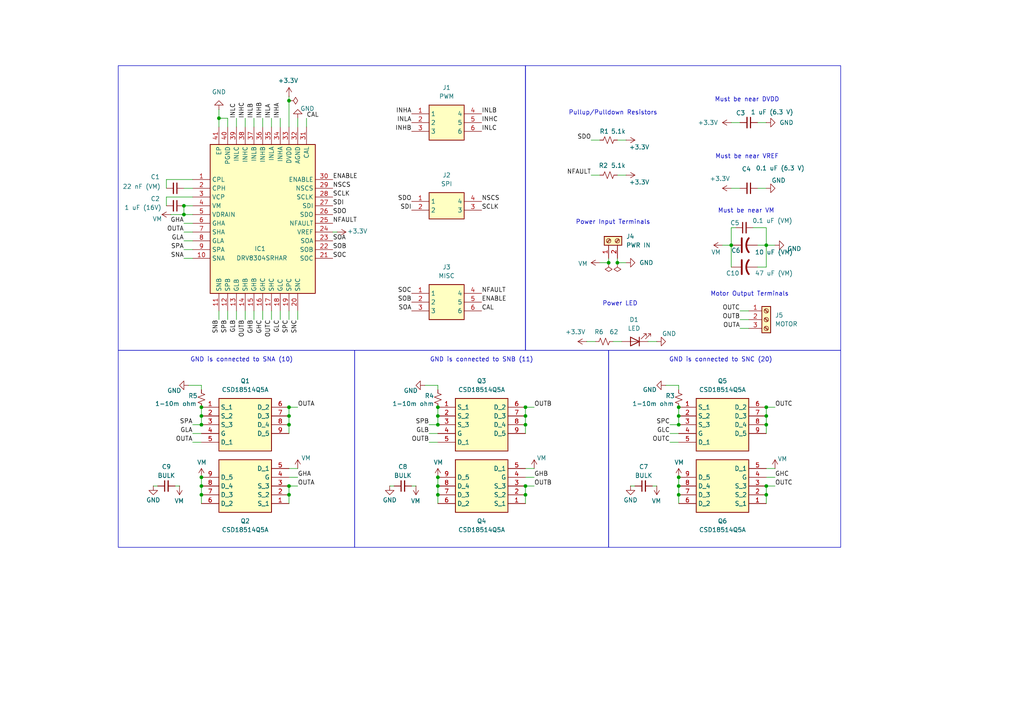
<source format=kicad_sch>
(kicad_sch (version 20250114) (generator "eeschema") (generator_version "9.0")
  (paper "A4")
  (lib_symbols
    (symbol "Connector:Screw_Terminal_01x02" (pin_names (offset 1.016) (hide yes))
      (property "Reference" "J" (at 0 2.54 0))
      (property "Value" "Screw_Terminal_01x02" (at 0 -5.08 0))
      (symbol "Screw_Terminal_01x02_1_1"
        (rectangle (start -1.27 1.27) (end 1.27 -3.81) (stroke (width 0.254)) (fill (type background)))
        (polyline (pts (xy -0.5334 0.3302) (xy 0.3302 -0.508)) (stroke (width 0.1524)))
        (polyline (pts (xy -0.5334 -2.2098) (xy 0.3302 -3.048)) (stroke (width 0.1524)))
        (polyline (pts (xy -0.3556 0.508) (xy 0.508 -0.3302)) (stroke (width 0.1524)))
        (polyline (pts (xy -0.3556 -2.032) (xy 0.508 -2.8702)) (stroke (width 0.1524)))
        (circle (center 0 0) (radius 0.635) (stroke (width 0.1524)))
        (circle (center 0 -2.54) (radius 0.635) (stroke (width 0.1524)))
        (pin passive line (at -5.08 0 0) (length 3.81) (name "Pin_1") (number "1"))
        (pin passive line (at -5.08 -2.54 0) (length 3.81) (name "Pin_2") (number "2"))
      )
    )
    (symbol "Connector:Screw_Terminal_01x03" (pin_names (offset 1.016) (hide yes))
      (property "Reference" "J" (at 0 5.08 0))
      (property "Value" "Screw_Terminal_01x03" (at 0 -5.08 0))
      (symbol "Screw_Terminal_01x03_1_1"
        (rectangle (start -1.27 3.81) (end 1.27 -3.81) (stroke (width 0.254)) (fill (type background)))
        (polyline (pts (xy -0.5334 2.8702) (xy 0.3302 2.032)) (stroke (width 0.1524)))
        (polyline (pts (xy -0.5334 0.3302) (xy 0.3302 -0.508)) (stroke (width 0.1524)))
        (polyline (pts (xy -0.5334 -2.2098) (xy 0.3302 -3.048)) (stroke (width 0.1524)))
        (polyline (pts (xy -0.3556 3.048) (xy 0.508 2.2098)) (stroke (width 0.1524)))
        (polyline (pts (xy -0.3556 0.508) (xy 0.508 -0.3302)) (stroke (width 0.1524)))
        (polyline (pts (xy -0.3556 -2.032) (xy 0.508 -2.8702)) (stroke (width 0.1524)))
        (circle (center 0 2.54) (radius 0.635) (stroke (width 0.1524)))
        (circle (center 0 0) (radius 0.635) (stroke (width 0.1524)))
        (circle (center 0 -2.54) (radius 0.635) (stroke (width 0.1524)))
        (pin passive line (at -5.08 2.54 0) (length 3.81) (name "Pin_1") (number "1"))
        (pin passive line (at -5.08 0 0) (length 3.81) (name "Pin_2") (number "2"))
        (pin passive line (at -5.08 -2.54 0) (length 3.81) (name "Pin_3") (number "3"))
      )
    )
    (symbol "Device:C_Small" (pin_numbers (hide yes)) (pin_names (offset 0.254) (hide yes))
      (property "Reference" "C" (at 0.254 1.778 0))
      (property "Value" "C_Small" (at 0.254 -2.032 0))
      (symbol "C_Small_0_1"
        (polyline (pts (xy -1.524 0.508) (xy 1.524 0.508)) (stroke (width 0.3048)))
        (polyline (pts (xy -1.524 -0.508) (xy 1.524 -0.508)) (stroke (width 0.3302)))
      )
      (symbol "C_Small_1_1"
        (pin passive line (at 0 2.54 270) (length 2.032) (name "~") (number "1"))
        (pin passive line (at 0 -2.54 90) (length 2.032) (name "~") (number "2"))
      )
    )
    (symbol "Device:C_US" (pin_numbers (hide yes)) (pin_names (offset 0.254) (hide yes))
      (property "Reference" "C" (at 0.635 2.54 0))
      (property "Value" "C_US" (at 0.635 -2.54 0))
      (symbol "C_US_0_1"
        (polyline (pts (xy -2.032 0.762) (xy 2.032 0.762)) (stroke (width 0.508)))
        (arc (start -2.032 -1.27) (mid 0 -0.5572) (end 2.032 -1.27) (stroke (width 0.508)))
      )
      (symbol "C_US_1_1"
        (pin passive line (at 0 3.81 270) (length 2.794) (name "~") (number "1"))
        (pin passive line (at 0 -3.81 90) (length 3.302) (name "~") (number "2"))
      )
    )
    (symbol "Device:LED" (pin_numbers (hide yes)) (pin_names (offset 1.016) (hide yes))
      (property "Reference" "D" (at 0 2.54 0))
      (property "Value" "LED" (at 0 -2.54 0))
      (symbol "LED_0_1"
        (polyline (pts (xy -3.048 -0.762) (xy -4.572 -2.286) (xy -3.81 -2.286) (xy -4.572 -2.286) (xy -4.572 -1.524)))
        (polyline (pts (xy -1.778 -0.762) (xy -3.302 -2.286) (xy -2.54 -2.286) (xy -3.302 -2.286) (xy -3.302 -1.524)))
        (polyline (pts (xy -1.27 0) (xy 1.27 0)))
        (polyline (pts (xy -1.27 -1.27) (xy -1.27 1.27)) (stroke (width 0.254)))
        (polyline (pts (xy 1.27 -1.27) (xy 1.27 1.27) (xy -1.27 0) (xy 1.27 -1.27)) (stroke (width 0.254)))
      )
      (symbol "LED_1_1"
        (pin passive line (at -3.81 0 0) (length 2.54) (name "K") (number "1"))
        (pin passive line (at 3.81 0 180) (length 2.54) (name "A") (number "2"))
      )
    )
    (symbol "Device:R_Small_US" (pin_numbers (hide yes)) (pin_names (offset 0.254) (hide yes))
      (property "Reference" "R" (at 0.762 0.508 0))
      (property "Value" "R_Small_US" (at 0.762 -1.016 0))
      (symbol "R_Small_US_1_1"
        (polyline (pts (xy 0 1.524) (xy 1.016 1.143) (xy 0 0.762) (xy -1.016 0.381) (xy 0 0)))
        (polyline (pts (xy 0 0) (xy 1.016 -0.381) (xy 0 -0.762) (xy -1.016 -1.143) (xy 0 -1.524)))
        (pin passive line (at 0 2.54 270) (length 1.016) (name "~") (number "1"))
        (pin passive line (at 0 -2.54 90) (length 1.016) (name "~") (number "2"))
      )
    )
    (symbol "SamacSys_Parts:CSD18514Q5A"
      (property "Reference" "Q" (at 21.59 7.62 0))
      (property "Value" "CSD18514Q5A" (at 21.59 5.08 0))
      (symbol "CSD18514Q5A_1_1"
        (rectangle (start 5.08 2.54) (end 20.32 -12.7) (stroke (width 0.254)) (fill (type background)))
        (pin passive line (at 0 0 0) (length 5.08) (name "S_1") (number "1"))
        (pin passive line (at 0 -2.54 0) (length 5.08) (name "S_2") (number "2"))
        (pin passive line (at 0 -5.08 0) (length 5.08) (name "S_3") (number "3"))
        (pin passive line (at 0 -7.62 0) (length 5.08) (name "G") (number "4"))
        (pin passive line (at 0 -10.16 0) (length 5.08) (name "D_1") (number "5"))
        (pin passive line (at 25.4 0 180) (length 5.08) (name "D_2") (number "6"))
        (pin passive line (at 25.4 -2.54 180) (length 5.08) (name "D_3") (number "7"))
        (pin passive line (at 25.4 -5.08 180) (length 5.08) (name "D_4") (number "8"))
        (pin passive line (at 25.4 -7.62 180) (length 5.08) (name "D_5") (number "9"))
      )
    )
    (symbol "SamacSys_Parts:DRV8304SRHAR"
      (property "Reference" "IC" (at 36.83 15.24 0))
      (property "Value" "DRV8304SRHAR" (at 36.83 12.7 0))
      (symbol "DRV8304SRHAR_1_1"
        (rectangle (start 5.08 10.16) (end 35.56 -33.02) (stroke (width 0.254)) (fill (type background)))
        (pin passive line (at 0 0 0) (length 5.08) (name "CPL") (number "1"))
        (pin passive line (at 0 -2.54 0) (length 5.08) (name "CPH") (number "2"))
        (pin passive line (at 0 -5.08 0) (length 5.08) (name "VCP") (number "3"))
        (pin passive line (at 0 -7.62 0) (length 5.08) (name "VM") (number "4"))
        (pin passive line (at 0 -10.16 0) (length 5.08) (name "VDRAIN") (number "5"))
        (pin passive line (at 0 -12.7 0) (length 5.08) (name "GHA") (number "6"))
        (pin passive line (at 0 -15.24 0) (length 5.08) (name "SHA") (number "7"))
        (pin passive line (at 0 -17.78 0) (length 5.08) (name "GLA") (number "8"))
        (pin passive line (at 0 -20.32 0) (length 5.08) (name "SPA") (number "9"))
        (pin passive line (at 0 -22.86 0) (length 5.08) (name "SNA") (number "10"))
        (pin passive line (at 7.62 15.24 270) (length 5.08) (name "EP") (number "41"))
        (pin passive line (at 7.62 -38.1 90) (length 5.08) (name "SNB") (number "11"))
        (pin passive line (at 10.16 15.24 270) (length 5.08) (name "PGND") (number "40"))
        (pin passive line (at 10.16 -38.1 90) (length 5.08) (name "SPB") (number "12"))
        (pin passive line (at 12.7 15.24 270) (length 5.08) (name "INLC") (number "39"))
        (pin passive line (at 12.7 -38.1 90) (length 5.08) (name "GLB") (number "13"))
        (pin passive line (at 15.24 15.24 270) (length 5.08) (name "INHC") (number "38"))
        (pin passive line (at 15.24 -38.1 90) (length 5.08) (name "SHB") (number "14"))
        (pin passive line (at 17.78 15.24 270) (length 5.08) (name "INLB") (number "37"))
        (pin passive line (at 17.78 -38.1 90) (length 5.08) (name "GHB") (number "15"))
        (pin passive line (at 20.32 15.24 270) (length 5.08) (name "INHB") (number "36"))
        (pin passive line (at 20.32 -38.1 90) (length 5.08) (name "GHC") (number "16"))
        (pin passive line (at 22.86 15.24 270) (length 5.08) (name "INLA") (number "35"))
        (pin passive line (at 22.86 -38.1 90) (length 5.08) (name "SHC") (number "17"))
        (pin passive line (at 25.4 15.24 270) (length 5.08) (name "INHA") (number "34"))
        (pin passive line (at 25.4 -38.1 90) (length 5.08) (name "GLC") (number "18"))
        (pin passive line (at 27.94 15.24 270) (length 5.08) (name "DVDD") (number "33"))
        (pin passive line (at 27.94 -38.1 90) (length 5.08) (name "SPC") (number "19"))
        (pin passive line (at 30.48 15.24 270) (length 5.08) (name "AGND") (number "32"))
        (pin passive line (at 30.48 -38.1 90) (length 5.08) (name "SNC") (number "20"))
        (pin passive line (at 33.02 15.24 270) (length 5.08) (name "CAL") (number "31"))
        (pin passive line (at 40.64 0 180) (length 5.08) (name "ENABLE") (number "30"))
        (pin passive line (at 40.64 -2.54 180) (length 5.08) (name "NSCS") (number "29"))
        (pin passive line (at 40.64 -5.08 180) (length 5.08) (name "SCLK") (number "28"))
        (pin passive line (at 40.64 -7.62 180) (length 5.08) (name "SDI") (number "27"))
        (pin passive line (at 40.64 -10.16 180) (length 5.08) (name "SDO") (number "26"))
        (pin passive line (at 40.64 -12.7 180) (length 5.08) (name "NFAULT") (number "25"))
        (pin passive line (at 40.64 -15.24 180) (length 5.08) (name "VREF") (number "24"))
        (pin passive line (at 40.64 -17.78 180) (length 5.08) (name "SOA") (number "23"))
        (pin passive line (at 40.64 -20.32 180) (length 5.08) (name "SOB") (number "22"))
        (pin passive line (at 40.64 -22.86 180) (length 5.08) (name "SOC") (number "21"))
      )
    )
    (symbol "SamacSys_Parts:jst-4pin"
      (property "Reference" "J" (at 16.51 7.62 0))
      (property "Value" "SM06B-SRSS-TB__LF__SN_" (at 16.51 5.08 0))
      (symbol "jst-4pin_1_1"
        (rectangle (start 5.08 2.54) (end 15.24 -5.08) (stroke (width 0.254)) (fill (type background)))
        (pin passive line (at 0 0 0) (length 5.08) (name "1") (number "1"))
        (pin passive line (at 0 -2.54 0) (length 5.08) (name "2") (number "2"))
        (pin passive line (at 20.32 0 180) (length 5.08) (name "4") (number "4"))
        (pin passive line (at 20.32 -2.54 180) (length 5.08) (name "3") (number "3"))
      )
    )
    (symbol "SamacSys_Parts:jst-6pin"
      (property "Reference" "J" (at 16.51 7.62 0))
      (property "Value" "jst-6pin" (at 16.51 5.08 0))
      (symbol "jst-6pin_1_1"
        (rectangle (start 5.08 2.54) (end 15.24 -7.62) (stroke (width 0.254)) (fill (type background)))
        (pin passive line (at 0 0 0) (length 5.08) (name "1") (number "1"))
        (pin passive line (at 0 -2.54 0) (length 5.08) (name "2") (number "2"))
        (pin passive line (at 0 -5.08 0) (length 5.08) (name "3") (number "3"))
        (pin passive line (at 20.32 0 180) (length 5.08) (name "4") (number "4"))
        (pin passive line (at 20.32 -2.54 180) (length 5.08) (name "5") (number "5"))
        (pin passive line (at 20.32 -5.08 180) (length 5.08) (name "6") (number "6"))
      )
    )
    (symbol "power:+3.3V" (power) (pin_numbers (hide yes)) (pin_names (offset 0) (hide yes))
      (property "Value" "+3.3V" (at 0 3.556 0))
      (symbol "+3.3V_0_1"
        (polyline (pts (xy -0.762 1.27) (xy 0 2.54)))
        (polyline (pts (xy 0 2.54) (xy 0.762 1.27)))
        (polyline (pts (xy 0 0) (xy 0 2.54)))
      )
      (symbol "+3.3V_1_1"
        (pin power_in line (at 0 0 90) (length 0) (name "~") (number "1"))
      )
    )
    (symbol "power:GND" (power) (pin_numbers (hide yes)) (pin_names (offset 0) (hide yes))
      (property "Value" "GND" (at 0 -3.81 0))
      (symbol "GND_0_1"
        (polyline (pts (xy 0 0) (xy 0 -1.27) (xy 1.27 -1.27) (xy 0 -2.54) (xy -1.27 -1.27) (xy 0 -1.27)))
      )
      (symbol "GND_1_1"
        (pin power_in line (at 0 0 270) (length 0) (name "~") (number "1"))
      )
    )
    (symbol "power:PWR_FLAG" (power) (pin_numbers (hide yes)) (pin_names (offset 0) (hide yes))
      (property "Value" "PWR_FLAG" (at 0 3.81 0))
      (symbol "PWR_FLAG_0_0"
        (pin power_out line (at 0 0 90) (length 0) (name "~") (number "1"))
      )
      (symbol "PWR_FLAG_0_1"
        (polyline (pts (xy 0 0) (xy 0 1.27) (xy -1.016 1.905) (xy 0 2.54) (xy 1.016 1.905) (xy 0 1.27)))
      )
    )
    (symbol "power:VCC" (power) (pin_numbers (hide yes)) (pin_names (offset 0) (hide yes))
      (property "Value" "VCC" (at 0 3.556 0))
      (symbol "VCC_0_1"
        (polyline (pts (xy -0.762 1.27) (xy 0 2.54)))
        (polyline (pts (xy 0 2.54) (xy 0.762 1.27)))
        (polyline (pts (xy 0 0) (xy 0 2.54)))
      )
      (symbol "VCC_1_1"
        (pin power_in line (at 0 0 90) (length 0) (name "~") (number "1"))
      )
    )
  )
  (rectangle (start 34.29 101.6) (end 102.87 158.75))
  (rectangle (start 34.29 19.05) (end 152.4 101.6))
  (rectangle (start 152.4 19.05) (end 243.84 101.6))
  (rectangle (start 176.53 101.6) (end 243.84 158.75))
  (rectangle (start 102.87 101.6) (end 176.53 158.75))
  (text "Motor Output Terminals\n" (at 217.424 85.344 0) (effects (font (size 1.27 1.27))))
  (text "Power LED" (at 179.832 88.138 0) (effects (font (size 1.27 1.27))))
  (text "GND is connected to SNA (10)" (at 70.104 104.394 0) (effects (font (size 1.27 1.27))))
  (text "Pullup/Pulldown Resistors" (at 177.8 32.766 0) (effects (font (size 1.27 1.27))))
  (text "Must be near DVDD" (at 216.662 28.956 0) (effects (font (size 1.27 1.27))))
  (text "Power Input Terminals" (at 177.8 64.516 0) (effects (font (size 1.27 1.27))))
  (text "Must be near VM" (at 216.408 61.214 0) (effects (font (size 1.27 1.27))))
  (text "GND is connected to SNB (11)" (at 139.7 104.394 0) (effects (font (size 1.27 1.27))))
  (text "Must be near VREF" (at 216.662 45.466 0) (effects (font (size 1.27 1.27))))
  (text "GND is connected to SNC (20)\n" (at 209.042 104.394 0) (effects (font (size 1.27 1.27))))
  (junction (at 127 120.65))
  (junction (at 196.85 118.11))
  (junction (at 127 138.43))
  (junction (at 53.34 59.69))
  (junction (at 222.25 120.65))
  (junction (at 83.82 143.51))
  (junction (at 196.85 138.43))
  (junction (at 83.82 29.21))
  (junction (at 196.85 123.19))
  (junction (at 58.42 140.97))
  (junction (at 83.82 120.65))
  (junction (at 58.42 123.19))
  (junction (at 152.4 140.97))
  (junction (at 222.25 118.11))
  (junction (at 179.07 76.2))
  (junction (at 58.42 118.11))
  (junction (at 127 143.51))
  (junction (at 127 118.11))
  (junction (at 83.82 123.19))
  (junction (at 58.42 138.43))
  (junction (at 196.85 140.97))
  (junction (at 222.25 140.97))
  (junction (at 222.25 123.19))
  (junction (at 53.34 62.23))
  (junction (at 83.82 140.97))
  (junction (at 83.82 118.11))
  (junction (at 176.53 76.2))
  (junction (at 152.4 143.51))
  (junction (at 212.09 71.12))
  (junction (at 127 140.97))
  (junction (at 196.85 143.51))
  (junction (at 58.42 120.65))
  (junction (at 222.25 143.51))
  (junction (at 152.4 118.11))
  (junction (at 152.4 123.19))
  (junction (at 222.25 71.12))
  (junction (at 196.85 120.65))
  (junction (at 127 123.19))
  (junction (at 58.42 143.51))
  (junction (at 63.5 34.29))
  (junction (at 152.4 120.65))
  (wire (pts (xy 76.2 92.71) (xy 76.2 90.17)))
  (wire (pts (xy 152.4 123.19) (xy 152.4 125.73)))
  (wire (pts (xy 86.36 92.71) (xy 86.36 90.17)))
  (wire (pts (xy 49.53 62.23) (xy 53.34 62.23)))
  (wire (pts (xy 73.66 34.29) (xy 73.66 36.83)))
  (wire (pts (xy 124.46 123.19) (xy 127 123.19)))
  (wire (pts (xy 222.25 66.04) (xy 222.25 71.12)))
  (wire (pts (xy 127 140.97) (xy 127 143.51)))
  (wire (pts (xy 63.5 92.71) (xy 63.5 90.17)))
  (wire (pts (xy 222.25 140.97) (xy 224.79 140.97)))
  (wire (pts (xy 177.8 99.06) (xy 180.34 99.06)))
  (wire (pts (xy 53.34 74.93) (xy 55.88 74.93)))
  (wire (pts (xy 66.04 92.71) (xy 66.04 90.17)))
  (wire (pts (xy 66.04 36.83) (xy 66.04 34.29)))
  (wire (pts (xy 190.5 99.06) (xy 187.96 99.06)))
  (wire (pts (xy 53.34 54.61) (xy 55.88 54.61)))
  (wire (pts (xy 217.17 92.71) (xy 214.63 92.71)))
  (wire (pts (xy 83.82 140.97) (xy 86.36 140.97)))
  (wire (pts (xy 179.07 50.8) (xy 181.61 50.8)))
  (wire (pts (xy 71.12 34.29) (xy 71.12 36.83)))
  (wire (pts (xy 73.66 92.71) (xy 73.66 90.17)))
  (wire (pts (xy 224.79 71.12) (xy 222.25 71.12)))
  (wire (pts (xy 96.52 67.31) (xy 97.79 67.31)))
  (wire (pts (xy 196.85 120.65) (xy 196.85 123.19)))
  (wire (pts (xy 222.25 140.97) (xy 222.25 143.51)))
  (wire (pts (xy 222.25 120.65) (xy 222.25 123.19)))
  (wire (pts (xy 127 111.76) (xy 127 113.03)))
  (wire (pts (xy 124.46 125.73) (xy 127 125.73)))
  (wire (pts (xy 193.04 111.76) (xy 196.85 111.76)))
  (wire (pts (xy 196.85 140.97) (xy 196.85 143.51)))
  (wire (pts (xy 209.55 71.12) (xy 212.09 71.12)))
  (wire (pts (xy 176.53 76.2) (xy 173.99 76.2)))
  (wire (pts (xy 170.18 99.06) (xy 172.72 99.06)))
  (wire (pts (xy 55.88 123.19) (xy 58.42 123.19)))
  (wire (pts (xy 196.85 138.43) (xy 196.85 140.97)))
  (wire (pts (xy 86.36 34.29) (xy 86.36 36.83)))
  (wire (pts (xy 171.45 50.8) (xy 173.99 50.8)))
  (wire (pts (xy 212.09 71.12) (xy 212.09 77.47)))
  (wire (pts (xy 58.42 138.43) (xy 58.42 140.97)))
  (wire (pts (xy 196.85 111.76) (xy 196.85 113.03)))
  (wire (pts (xy 58.42 118.11) (xy 58.42 120.65)))
  (wire (pts (xy 152.4 143.51) (xy 152.4 146.05)))
  (wire (pts (xy 222.25 118.11) (xy 224.79 118.11)))
  (wire (pts (xy 218.44 66.04) (xy 222.25 66.04)))
  (wire (pts (xy 224.79 135.89) (xy 222.25 135.89)))
  (wire (pts (xy 83.82 143.51) (xy 83.82 146.05)))
  (wire (pts (xy 222.25 123.19) (xy 222.25 125.73)))
  (wire (pts (xy 53.34 67.31) (xy 55.88 67.31)))
  (wire (pts (xy 55.88 62.23) (xy 53.34 62.23)))
  (wire (pts (xy 196.85 143.51) (xy 196.85 146.05)))
  (wire (pts (xy 113.03 140.97) (xy 114.3 140.97)))
  (wire (pts (xy 120.65 140.97) (xy 119.38 140.97)))
  (wire (pts (xy 81.28 34.29) (xy 81.28 36.83)))
  (wire (pts (xy 55.88 125.73) (xy 58.42 125.73)))
  (wire (pts (xy 58.42 140.97) (xy 58.42 143.51)))
  (wire (pts (xy 127 111.76) (xy 123.19 111.76)))
  (wire (pts (xy 152.4 118.11) (xy 154.94 118.11)))
  (wire (pts (xy 190.5 140.97) (xy 189.23 140.97)))
  (wire (pts (xy 53.34 59.69) (xy 55.88 59.69)))
  (wire (pts (xy 179.07 40.64) (xy 181.61 40.64)))
  (wire (pts (xy 53.34 69.85) (xy 55.88 69.85)))
  (wire (pts (xy 219.71 54.61) (xy 222.25 54.61)))
  (wire (pts (xy 54.61 111.76) (xy 58.42 111.76)))
  (wire (pts (xy 48.26 52.07) (xy 55.88 52.07)))
  (wire (pts (xy 219.71 77.47) (xy 222.25 77.47)))
  (wire (pts (xy 194.31 128.27) (xy 196.85 128.27)))
  (wire (pts (xy 53.34 64.77) (xy 55.88 64.77)))
  (wire (pts (xy 83.82 118.11) (xy 86.36 118.11)))
  (wire (pts (xy 222.25 143.51) (xy 222.25 146.05)))
  (wire (pts (xy 53.34 62.23) (xy 53.34 59.69)))
  (wire (pts (xy 76.2 34.29) (xy 76.2 36.83)))
  (wire (pts (xy 182.88 140.97) (xy 184.15 140.97)))
  (wire (pts (xy 194.31 123.19) (xy 196.85 123.19)))
  (wire (pts (xy 127 143.51) (xy 127 146.05)))
  (wire (pts (xy 86.36 135.89) (xy 83.82 135.89)))
  (wire (pts (xy 83.82 29.21) (xy 83.82 36.83)))
  (wire (pts (xy 212.09 66.04) (xy 213.36 66.04)))
  (wire (pts (xy 212.09 66.04) (xy 212.09 71.12)))
  (wire (pts (xy 222.25 77.47) (xy 222.25 71.12)))
  (wire (pts (xy 48.26 54.61) (xy 48.26 52.07)))
  (wire (pts (xy 217.17 95.25) (xy 214.63 95.25)))
  (wire (pts (xy 52.07 140.97) (xy 50.8 140.97)))
  (wire (pts (xy 127 118.11) (xy 127 120.65)))
  (wire (pts (xy 222.25 118.11) (xy 222.25 120.65)))
  (wire (pts (xy 154.94 135.89) (xy 152.4 135.89)))
  (wire (pts (xy 63.5 34.29) (xy 63.5 36.83)))
  (wire (pts (xy 58.42 120.65) (xy 58.42 123.19)))
  (wire (pts (xy 48.26 57.15) (xy 55.88 57.15)))
  (wire (pts (xy 86.36 138.43) (xy 83.82 138.43)))
  (wire (pts (xy 154.94 138.43) (xy 152.4 138.43)))
  (wire (pts (xy 63.5 31.75) (xy 63.5 34.29)))
  (wire (pts (xy 88.9 34.29) (xy 88.9 36.83)))
  (wire (pts (xy 127 138.43) (xy 127 140.97)))
  (wire (pts (xy 152.4 118.11) (xy 152.4 120.65)))
  (wire (pts (xy 152.4 140.97) (xy 154.94 140.97)))
  (wire (pts (xy 83.82 118.11) (xy 83.82 120.65)))
  (wire (pts (xy 83.82 120.65) (xy 83.82 123.19)))
  (wire (pts (xy 212.09 35.56) (xy 214.63 35.56)))
  (wire (pts (xy 217.17 90.17) (xy 214.63 90.17)))
  (wire (pts (xy 78.74 92.71) (xy 78.74 90.17)))
  (wire (pts (xy 58.42 143.51) (xy 58.42 146.05)))
  (wire (pts (xy 83.82 27.94) (xy 83.82 29.21)))
  (wire (pts (xy 78.74 34.29) (xy 78.74 36.83)))
  (wire (pts (xy 179.07 76.2) (xy 181.61 76.2)))
  (wire (pts (xy 53.34 72.39) (xy 55.88 72.39)))
  (wire (pts (xy 83.82 123.19) (xy 83.82 125.73)))
  (wire (pts (xy 219.71 35.56) (xy 222.25 35.56)))
  (wire (pts (xy 71.12 92.71) (xy 71.12 90.17)))
  (wire (pts (xy 194.31 125.73) (xy 196.85 125.73)))
  (wire (pts (xy 152.4 120.65) (xy 152.4 123.19)))
  (wire (pts (xy 81.28 92.71) (xy 81.28 90.17)))
  (wire (pts (xy 127 120.65) (xy 127 123.19)))
  (wire (pts (xy 68.58 92.71) (xy 68.58 90.17)))
  (wire (pts (xy 68.58 34.29) (xy 68.58 36.83)))
  (wire (pts (xy 55.88 128.27) (xy 58.42 128.27)))
  (wire (pts (xy 222.25 71.12) (xy 219.71 71.12)))
  (wire (pts (xy 83.82 140.97) (xy 83.82 143.51)))
  (wire (pts (xy 179.07 74.93) (xy 179.07 76.2)))
  (wire (pts (xy 171.45 40.64) (xy 173.99 40.64)))
  (wire (pts (xy 152.4 140.97) (xy 152.4 143.51)))
  (wire (pts (xy 224.79 138.43) (xy 222.25 138.43)))
  (wire (pts (xy 48.26 57.15) (xy 48.26 59.69)))
  (wire (pts (xy 44.45 140.97) (xy 45.72 140.97)))
  (wire (pts (xy 196.85 118.11) (xy 196.85 120.65)))
  (wire (pts (xy 83.82 92.71) (xy 83.82 90.17)))
  (wire (pts (xy 58.42 111.76) (xy 58.42 113.03)))
  (wire (pts (xy 176.53 76.2) (xy 176.53 74.93)))
  (wire (pts (xy 124.46 128.27) (xy 127 128.27)))
  (wire (pts (xy 214.63 54.61) (xy 212.09 54.61)))
  (wire (pts (xy 66.04 34.29) (xy 63.5 34.29)))
  (label "OUTC" (at 224.79 118.11 0))
  (label "INLB" (at 73.66 34.29 90))
  (label "OUTB" (at 154.94 118.11 0))
  (label "GHA" (at 53.34 64.77 180))
  (label "INLA" (at 78.74 34.29 90))
  (label "SOC" (at 119.38 85.09 180))
  (label "ENABLE" (at 96.52 52.07 0))
  (label "SOC" (at 96.52 74.93 0))
  (label "INHA" (at 119.38 33.02 180))
  (label "SDO" (at 171.45 40.64 180))
  (label "CAL" (at 88.9 34.29 0))
  (label "INHC" (at 139.7 35.56 0))
  (label "SCLK" (at 96.52 57.15 0))
  (label "GHC" (at 224.79 138.43 0))
  (label "NSCS" (at 96.52 54.61 0))
  (label "SNB" (at 63.5 92.71 270))
  (label "INLC" (at 68.58 34.29 90))
  (label "OUTA" (at 53.34 67.31 180))
  (label "INLA" (at 119.38 35.56 180))
  (label "GHB" (at 154.94 138.43 0))
  (label "GHB" (at 73.66 92.71 270))
  (label "SOB" (at 119.38 87.63 180))
  (label "SPB" (at 124.46 123.19 180))
  (label "SOA" (at 96.52 69.85 0))
  (label "SDI" (at 119.38 60.96 180))
  (label "SPA" (at 53.34 72.39 180))
  (label "OUTA" (at 86.36 140.97 0))
  (label "SOB" (at 96.52 72.39 0))
  (label "GLC" (at 81.28 92.71 270))
  (label "NSCS" (at 139.7 58.42 0))
  (label "GLA" (at 55.88 125.73 180))
  (label "GLC" (at 194.31 125.73 180))
  (label "SDO" (at 96.52 62.23 0))
  (label "INHC" (at 71.12 34.29 90))
  (label "INLC" (at 139.7 38.1 0))
  (label "OUTB" (at 214.63 92.71 180))
  (label "INHB" (at 119.38 38.1 180))
  (label "SPA" (at 55.88 123.19 180))
  (label "OUTC" (at 224.79 140.97 0))
  (label "NFAULT" (at 171.45 50.8 180))
  (label "GHC" (at 76.2 92.71 270))
  (label "OUTA" (at 55.88 128.27 180))
  (label "OUTB" (at 124.46 128.27 180))
  (label "SOA" (at 119.38 90.17 180))
  (label "SDI" (at 96.52 59.69 0))
  (label "SCLK" (at 139.7 60.96 0))
  (label "SNC" (at 86.36 92.71 270))
  (label "CAL" (at 139.7 90.17 0))
  (label "OUTC" (at 214.63 90.17 180))
  (label "GHA" (at 86.36 138.43 0))
  (label "OUTB" (at 71.12 92.71 270))
  (label "OUTC" (at 194.31 128.27 180))
  (label "GLB" (at 68.58 92.71 270))
  (label "INLB" (at 139.7 33.02 0))
  (label "OUTB" (at 154.94 140.97 0))
  (label "SPB" (at 66.04 92.71 270))
  (label "SNA" (at 53.34 74.93 180))
  (label "INHA" (at 81.28 34.29 90))
  (label "OUTC" (at 78.74 92.71 270))
  (label "GLB" (at 124.46 125.73 180))
  (label "OUTA" (at 86.36 118.11 0))
  (label "OUTA" (at 214.63 95.25 180))
  (label "GLA" (at 53.34 69.85 180))
  (label "SPC" (at 83.82 92.71 270))
  (label "NFAULT" (at 96.52 64.77 0))
  (label "NFAULT" (at 139.7 85.09 0))
  (label "SPC" (at 194.31 123.19 180))
  (label "ENABLE" (at 139.7 87.63 0))
  (label "INHB" (at 76.2 34.29 90))
  (label "SDO" (at 119.38 58.42 180))
  (symbol (lib_id "Device:R_Small_US") (at 127 115.57 180) (unit 1)
    (property "Reference" "R4" (at 123.19 114.808 0) (effects (justify right)))
    (property "Value" "1-10m ohm" (at 113.792 117.094 0) (effects (justify right)))
    (property "Footprint" "Resistor_SMD:R_2010_5025Metric" (effects (hide yes)))
    (property "Description" "Resistor, small US symbol" (effects (hide yes)))
  )
  (symbol (lib_id "SamacSys_Parts:CSD18514Q5A") (at 196.85 118.11 0) (unit 1)
    (property "Reference" "Q5" (at 209.55 110.49 0))
    (property "Value" "CSD18514Q5A" (at 209.55 113.03 0))
    (property "Footprint" "kicad_library:CSD18514Q5A" (effects (hide yes)))
    (property "Datasheet" "http://www.ti.com/lit/gpn/csd18514q5a" (effects (hide yes)))
    (property "Description" "40V, N ch NexFET MOSFET, single SON5x6, 4.9mOhm" (effects (hide yes)))
    (property "Height" "1.1" (effects (hide yes)))
    (property "Manufacturer_Name" "Texas Instruments" (effects (hide yes)))
    (property "Manufacturer_Part_Number" "CSD18514Q5A" (effects (hide yes)))
    (property "Mouser Part Number" "595-CSD18514Q5A" (effects (hide yes)))
    (property "Mouser Price/Stock" "https://www.mouser.co.uk/ProductDetail/Texas-Instruments/CSD18514Q5A?qs=34RfhUjJmKfubXTJ%252BbkIEA%3D%3D" (effects (hide yes)))
    (property "Arrow Part Number" "CSD18514Q5A" (effects (hide yes)))
    (property "Arrow Price/Stock" "https://www.arrow.com/en/products/csd18514q5a/texas-instruments?utm_currency=USD&region=nac" (effects (hide yes)))
  )
  (symbol (lib_id "Device:C_Small") (at 50.8 59.69 270) (unit 1)
    (property "Reference" "C2" (at 43.688 57.658 90) (effects (justify left)))
    (property "Value" "1 uF (16V)" (at 36.068 60.198 90) (effects (justify left)))
    (property "Footprint" "Capacitor_SMD:C_0805_2012Metric" (effects (hide yes)))
    (property "Description" "Unpolarized capacitor, small symbol" (effects (hide yes)))
  )
  (symbol (lib_id "Connector:Screw_Terminal_01x03") (at 222.25 92.71 0) (unit 1)
    (property "Reference" "J5" (at 224.79 91.4399 0) (effects (justify left)))
    (property "Value" "MOTOR" (at 224.79 93.9799 0) (effects (justify left)))
    (property "Footprint" "TerminalBlock:TerminalBlock_Altech_AK300-3_P5.00mm" (effects (hide yes)))
    (property "Description" "Generic screw terminal, single row, 01x03, script generated (kicad-library-utils/schlib/autogen/connector/)" (effects (hide yes)))
  )
  (symbol (lib_id "power:GND") (at 222.25 54.61 90) (unit 1)
    (property "Reference" "#PWR010" (effects (hide yes)))
    (property "Value" "GND" (at 223.774 52.324 90) (effects (justify right)))
    (property "Description" "Power symbol creates a global label with name \"GND\" , ground" (effects (hide yes)))
  )
  (symbol (lib_id "Device:R_Small_US") (at 175.26 99.06 90) (unit 1)
    (property "Reference" "R6" (at 173.736 96.266 90))
    (property "Value" "62" (at 178.054 96.266 90))
    (property "Footprint" "Resistor_SMD:R_0603_1608Metric" (effects (hide yes)))
    (property "Description" "Resistor, small US symbol" (effects (hide yes)))
  )
  (symbol (lib_id "power:VCC") (at 209.55 71.12 90) (unit 1)
    (property "Reference" "#PWR05" (effects (hide yes)))
    (property "Value" "VM" (at 209.042 73.152 90) (effects (justify left)))
    (property "Description" "Power symbol creates a global label with name \"VCC\"" (effects (hide yes)))
  )
  (symbol (lib_id "power:GND") (at 44.45 140.97 0) (unit 1)
    (property "Reference" "#PWR027" (effects (hide yes)))
    (property "Value" "GND" (at 44.45 145.034 0))
    (property "Description" "Power symbol creates a global label with name \"GND\" , ground" (effects (hide yes)))
  )
  (symbol (lib_id "power:GND") (at 63.5 31.75 180) (unit 1)
    (property "Reference" "#PWR01" (effects (hide yes)))
    (property "Value" "GND" (at 63.5 26.67 0))
    (property "Description" "Power symbol creates a global label with name \"GND\" , ground" (effects (hide yes)))
  )
  (symbol (lib_id "power:+3.3V") (at 212.09 54.61 90) (unit 1)
    (property "Reference" "#PWR018" (effects (hide yes)))
    (property "Value" "+3.3V" (at 208.788 51.816 90))
    (property "Description" "Power symbol creates a global label with name \"+3.3V\"" (effects (hide yes)))
  )
  (symbol (lib_id "SamacSys_Parts:jst-4pin") (at 119.38 58.42 0) (unit 1)
    (property "Reference" "J2" (at 129.54 50.8 0))
    (property "Value" "SPI" (at 129.54 53.34 0))
    (property "Footprint" "kicad_library:JST-4PIN" (effects (hide yes)))
    (property "Datasheet" "http://uk.rs-online.com/web/p/products/5468827" (effects (hide yes)))
    (property "Description" "connector,multipole PCB use,SM06B-SRSS-T JST SH Series, 1mm Pitch 6 Way 1 Row Right Angle PCB Header, Solder Termination, 1A" (effects (hide yes)))
    (property "Manufacturer_Name" "JST (JAPAN SOLDERLESS TERMINALS)" (effects (hide yes)))
    (property "Manufacturer_Part_Number" "SM06B-SRSS-TB (LF)(SN)" (effects (hide yes)))
  )
  (symbol (lib_id "power:VCC") (at 154.94 135.89 0) (unit 1)
    (property "Reference" "#PWR026" (effects (hide yes)))
    (property "Value" "VM" (at 155.702 132.842 0) (effects (justify left)))
    (property "Description" "Power symbol creates a global label with name \"VCC\"" (effects (hide yes)))
  )
  (symbol (lib_id "Device:C_Small") (at 186.69 140.97 90) (unit 1)
    (property "Reference" "C7" (at 186.69 135.382 90))
    (property "Value" "BULK" (at 186.69 137.922 90))
    (property "Footprint" "Capacitor_SMD:C_1206_3216Metric" (effects (hide yes)))
    (property "Description" "Unpolarized capacitor, small symbol" (effects (hide yes)))
  )
  (symbol (lib_id "SamacSys_Parts:CSD18514Q5A") (at 222.25 146.05 180) (unit 1)
    (property "Reference" "Q6" (at 209.55 151.13 0))
    (property "Value" "CSD18514Q5A" (at 209.55 153.67 0))
    (property "Footprint" "kicad_library:CSD18514Q5A" (effects (hide yes)))
    (property "Datasheet" "http://www.ti.com/lit/gpn/csd18514q5a" (effects (hide yes)))
    (property "Description" "40V, N ch NexFET MOSFET, single SON5x6, 4.9mOhm" (effects (hide yes)))
    (property "Height" "1.1" (effects (hide yes)))
    (property "Manufacturer_Name" "Texas Instruments" (effects (hide yes)))
    (property "Manufacturer_Part_Number" "CSD18514Q5A" (effects (hide yes)))
    (property "Mouser Part Number" "595-CSD18514Q5A" (effects (hide yes)))
    (property "Mouser Price/Stock" "https://www.mouser.co.uk/ProductDetail/Texas-Instruments/CSD18514Q5A?qs=34RfhUjJmKfubXTJ%252BbkIEA%3D%3D" (effects (hide yes)))
    (property "Arrow Part Number" "CSD18514Q5A" (effects (hide yes)))
    (property "Arrow Price/Stock" "https://www.arrow.com/en/products/csd18514q5a/texas-instruments?utm_currency=USD&region=nac" (effects (hide yes)))
  )
  (symbol (lib_id "power:+3.3V") (at 181.61 40.64 270) (unit 1)
    (property "Reference" "#PWR07" (effects (hide yes)))
    (property "Value" "+3.3V" (at 185.42 42.672 90))
    (property "Description" "Power symbol creates a global label with name \"+3.3V\"" (effects (hide yes)))
  )
  (symbol (lib_id "power:GND") (at 181.61 76.2 90) (unit 1)
    (property "Reference" "#PWR02" (effects (hide yes)))
    (property "Value" "GND" (at 185.42 76.1999 90) (effects (justify right)))
    (property "Description" "Power symbol creates a global label with name \"GND\" , ground" (effects (hide yes)))
  )
  (symbol (lib_id "power:VCC") (at 224.79 135.89 0) (unit 1)
    (property "Reference" "#PWR020" (effects (hide yes)))
    (property "Value" "VM" (at 225.552 133.096 0) (effects (justify left)))
    (property "Description" "Power symbol creates a global label with name \"VCC\"" (effects (hide yes)))
  )
  (symbol (lib_id "power:GND") (at 123.19 111.76 270) (unit 1)
    (property "Reference" "#PWR024" (effects (hide yes)))
    (property "Value" "GND" (at 119.126 113.284 90))
    (property "Description" "Power symbol creates a global label with name \"GND\" , ground" (effects (hide yes)))
  )
  (symbol (lib_id "power:VCC") (at 58.42 138.43 0) (unit 1)
    (property "Reference" "#PWR030" (effects (hide yes)))
    (property "Value" "VM" (at 57.15 134.112 0) (effects (justify left)))
    (property "Description" "Power symbol creates a global label with name \"VCC\"" (effects (hide yes)))
  )
  (symbol (lib_id "power:VCC") (at 49.53 62.23 90) (unit 1)
    (property "Reference" "#PWR04" (effects (hide yes)))
    (property "Value" "VM" (at 46.99 63.5 90) (effects (justify left)))
    (property "Description" "Power symbol creates a global label with name \"VCC\"" (effects (hide yes)))
  )
  (symbol (lib_id "power:VCC") (at 120.65 140.97 180) (unit 1)
    (property "Reference" "#PWR023" (effects (hide yes)))
    (property "Value" "VM" (at 121.92 145.288 0) (effects (justify left)))
    (property "Description" "Power symbol creates a global label with name \"VCC\"" (effects (hide yes)))
  )
  (symbol (lib_id "power:+3.3V") (at 181.61 50.8 270) (unit 1)
    (property "Reference" "#PWR015" (effects (hide yes)))
    (property "Value" "+3.3V" (at 185.42 52.832 90))
    (property "Description" "Power symbol creates a global label with name \"+3.3V\"" (effects (hide yes)))
  )
  (symbol (lib_id "power:PWR_FLAG") (at 176.53 76.2 180) (unit 1)
    (property "Reference" "#FLG01" (effects (hide yes)))
    (property "Value" "PWR_FLAG" (effects (hide yes)))
    (property "Description" "Special symbol for telling ERC where power comes from" (effects (hide yes)))
  )
  (symbol (lib_id "power:+3.3V") (at 212.09 35.56 90) (unit 1)
    (property "Reference" "#PWR014" (effects (hide yes)))
    (property "Value" "+3.3V" (at 208.28 35.5599 90) (effects (justify left)))
    (property "Description" "Power symbol creates a global label with name \"+3.3V\"" (effects (hide yes)))
  )
  (symbol (lib_id "Device:C_Small") (at 217.17 54.61 270) (unit 1)
    (property "Reference" "C4" (at 215.138 49.022 90) (effects (justify left)))
    (property "Value" "0.1 uF (6.3 V)" (at 219.202 48.768 90) (effects (justify left)))
    (property "Footprint" "Capacitor_SMD:C_0603_1608Metric" (effects (hide yes)))
    (property "Description" "Unpolarized capacitor, small symbol" (effects (hide yes)))
  )
  (symbol (lib_id "power:GND") (at 193.04 111.76 270) (unit 1)
    (property "Reference" "#PWR021" (effects (hide yes)))
    (property "Value" "GND" (at 190.5 113.03 90) (effects (justify right)))
    (property "Description" "Power symbol creates a global label with name \"GND\" , ground" (effects (hide yes)))
  )
  (symbol (lib_id "Device:C_Small") (at 215.9 66.04 90) (unit 1)
    (property "Reference" "C5" (at 214.503 64.643 90) (effects (justify left)))
    (property "Value" "0.1 uF (VM)" (at 229.87 64.008 90) (effects (justify left)))
    (property "Footprint" "Capacitor_SMD:C_0603_1608Metric" (effects (hide yes)))
    (property "Description" "Unpolarized capacitor, small symbol" (effects (hide yes)))
  )
  (symbol (lib_id "Device:R_Small_US") (at 176.53 40.64 90) (unit 1)
    (property "Reference" "R1" (at 175.26 38.1 90))
    (property "Value" "5.1k" (at 179.324 38.1 90))
    (property "Footprint" "Resistor_SMD:R_0603_1608Metric" (effects (hide yes)))
    (property "Description" "Resistor, small US symbol" (effects (hide yes)))
  )
  (symbol (lib_id "Device:C_Small") (at 50.8 54.61 270) (unit 1)
    (property "Reference" "C1" (at 43.688 51.308 90) (effects (justify left)))
    (property "Value" "22 nF (VM)" (at 35.56 54.102 90) (effects (justify left)))
    (property "Footprint" "Capacitor_SMD:C_0603_1608Metric" (effects (hide yes)))
    (property "Description" "Unpolarized capacitor, small symbol" (effects (hide yes)))
  )
  (symbol (lib_id "power:VCC") (at 127 138.43 0) (unit 1)
    (property "Reference" "#PWR025" (effects (hide yes)))
    (property "Value" "VM" (at 125.73 134.112 0) (effects (justify left)))
    (property "Description" "Power symbol creates a global label with name \"VCC\"" (effects (hide yes)))
  )
  (symbol (lib_id "Device:R_Small_US") (at 58.42 115.57 180) (unit 1)
    (property "Reference" "R5" (at 54.61 114.808 0) (effects (justify right)))
    (property "Value" "1-10m ohm" (at 44.958 117.094 0) (effects (justify right)))
    (property "Footprint" "Resistor_SMD:R_2010_5025Metric" (effects (hide yes)))
    (property "Description" "Resistor, small US symbol" (effects (hide yes)))
  )
  (symbol (lib_id "Device:C_Small") (at 116.84 140.97 90) (unit 1)
    (property "Reference" "C8" (at 116.84 135.382 90))
    (property "Value" "BULK" (at 116.84 137.922 90))
    (property "Footprint" "Capacitor_SMD:C_1206_3216Metric" (effects (hide yes)))
    (property "Description" "Unpolarized capacitor, small symbol" (effects (hide yes)))
  )
  (symbol (lib_id "Device:C_Small") (at 217.17 35.56 270) (unit 1)
    (property "Reference" "C3" (at 216.154 32.766 90) (effects (justify right)))
    (property "Value" "1 uF (6.3 V)" (at 230.124 32.512 90) (effects (justify right)))
    (property "Footprint" "Capacitor_SMD:C_0603_1608Metric" (effects (hide yes)))
    (property "Description" "Unpolarized capacitor, small symbol" (effects (hide yes)))
  )
  (symbol (lib_id "SamacSys_Parts:DRV8304SRHAR") (at 55.88 52.07 0) (unit 1)
    (property "Reference" "IC1" (at 75.438 72.136 0))
    (property "Value" "DRV8304SRHAR" (at 75.946 74.8598 0))
    (property "Footprint" "kicad_library:QFN50P600X600X100-41N-D" (effects (hide yes)))
    (property "Datasheet" "https://www.ti.com/lit/gpn/DRV8304" (effects (hide yes)))
    (property "Description" "Triple Half Bridge Motor Driver 40-Pin VQFN EP T/R" (effects (hide yes)))
    (property "Height" "1" (effects (hide yes)))
    (property "Manufacturer_Name" "Texas Instruments" (effects (hide yes)))
    (property "Manufacturer_Part_Number" "DRV8304SRHAR" (effects (hide yes)))
    (property "Mouser Part Number" "595-DRV8304SRHAR" (effects (hide yes)))
    (property "Mouser Price/Stock" "https://www.mouser.co.uk/ProductDetail/Texas-Instruments/DRV8304SRHAR?qs=rkhjVJ6%2F3EKby5fHqV4BEw%3D%3D" (effects (hide yes)))
    (property "Arrow Part Number" "DRV8304SRHAR" (effects (hide yes)))
    (property "Arrow Price/Stock" "https://www.arrow.com/en/products/drv8304srhar/texas-instruments?utm_currency=USD&region=nac" (effects (hide yes)))
  )
  (symbol (lib_id "power:GND") (at 222.25 35.56 90) (unit 1)
    (property "Reference" "#PWR013" (effects (hide yes)))
    (property "Value" "GND" (at 226.06 35.5599 90) (effects (justify right)))
    (property "Description" "Power symbol creates a global label with name \"GND\" , ground" (effects (hide yes)))
  )
  (symbol (lib_id "power:VCC") (at 173.99 76.2 90) (unit 1)
    (property "Reference" "#PWR09" (effects (hide yes)))
    (property "Value" "VM" (at 170.434 76.454 90) (effects (justify left)))
    (property "Description" "Power symbol creates a global label with name \"VCC\"" (effects (hide yes)))
  )
  (symbol (lib_id "Device:R_Small_US") (at 176.53 50.8 90) (unit 1)
    (property "Reference" "R2" (at 175.006 48.006 90))
    (property "Value" "5.1k" (at 179.324 48.006 90))
    (property "Footprint" "Resistor_SMD:R_0603_1608Metric" (effects (hide yes)))
    (property "Description" "Resistor, small US symbol" (effects (hide yes)))
  )
  (symbol (lib_id "power:GND") (at 224.79 71.12 90) (unit 1)
    (property "Reference" "#PWR011" (effects (hide yes)))
    (property "Value" "GND" (at 230.378 72.136 90))
    (property "Description" "Power symbol creates a global label with name \"GND\" , ground" (effects (hide yes)))
  )
  (symbol (lib_id "power:GND") (at 190.5 99.06 90) (unit 1)
    (property "Reference" "#PWR036" (effects (hide yes)))
    (property "Value" "GND" (at 192.024 96.774 90) (effects (justify right)))
    (property "Description" "Power symbol creates a global label with name \"GND\" , ground" (effects (hide yes)))
  )
  (symbol (lib_id "SamacSys_Parts:CSD18514Q5A") (at 152.4 146.05 180) (unit 1)
    (property "Reference" "Q4" (at 139.7 151.13 0))
    (property "Value" "CSD18514Q5A" (at 139.7 153.67 0))
    (property "Footprint" "kicad_library:CSD18514Q5A" (effects (hide yes)))
    (property "Datasheet" "http://www.ti.com/lit/gpn/csd18514q5a" (effects (hide yes)))
    (property "Description" "40V, N ch NexFET MOSFET, single SON5x6, 4.9mOhm" (effects (hide yes)))
    (property "Height" "1.1" (effects (hide yes)))
    (property "Manufacturer_Name" "Texas Instruments" (effects (hide yes)))
    (property "Manufacturer_Part_Number" "CSD18514Q5A" (effects (hide yes)))
    (property "Mouser Part Number" "595-CSD18514Q5A" (effects (hide yes)))
    (property "Mouser Price/Stock" "https://www.mouser.co.uk/ProductDetail/Texas-Instruments/CSD18514Q5A?qs=34RfhUjJmKfubXTJ%252BbkIEA%3D%3D" (effects (hide yes)))
    (property "Arrow Part Number" "CSD18514Q5A" (effects (hide yes)))
    (property "Arrow Price/Stock" "https://www.arrow.com/en/products/csd18514q5a/texas-instruments?utm_currency=USD&region=nac" (effects (hide yes)))
  )
  (symbol (lib_id "power:PWR_FLAG") (at 179.07 76.2 180) (unit 1)
    (property "Reference" "#FLG02" (effects (hide yes)))
    (property "Value" "PWR_FLAG" (effects (hide yes)))
    (property "Description" "Special symbol for telling ERC where power comes from" (effects (hide yes)))
  )
  (symbol (lib_id "power:+3.3V") (at 170.18 99.06 90) (unit 1)
    (property "Reference" "#PWR035" (effects (hide yes)))
    (property "Value" "+3.3V" (at 166.878 96.266 90))
    (property "Description" "Power symbol creates a global label with name \"+3.3V\"" (effects (hide yes)))
  )
  (symbol (lib_id "power:+3.3V") (at 83.82 27.94 0) (unit 1)
    (property "Reference" "#PWR06" (effects (hide yes)))
    (property "Value" "+3.3V" (at 83.566 23.368 0))
    (property "Description" "Power symbol creates a global label with name \"+3.3V\"" (effects (hide yes)))
  )
  (symbol (lib_id "power:VCC") (at 190.5 140.97 180) (unit 1)
    (property "Reference" "#PWR016" (effects (hide yes)))
    (property "Value" "VM" (at 191.77 145.288 0) (effects (justify left)))
    (property "Description" "Power symbol creates a global label with name \"VCC\"" (effects (hide yes)))
  )
  (symbol (lib_id "SamacSys_Parts:jst-6pin") (at 119.38 85.09 0) (unit 1)
    (property "Reference" "J3" (at 129.54 77.47 0))
    (property "Value" "MISC" (at 129.54 80.01 0))
    (property "Footprint" "kicad_library:JST-6PIN" (effects (hide yes)))
    (property "Datasheet" "http://uk.rs-online.com/web/p/products/5468827" (effects (hide yes)))
    (property "Description" "connector,multipole PCB use,SM06B-SRSS-T JST SH Series, 1mm Pitch 6 Way 1 Row Right Angle PCB Header, Solder Termination, 1A" (effects (hide yes)))
    (property "Manufacturer_Name" "JST (JAPAN SOLDERLESS TERMINALS)" (effects (hide yes)))
    (property "Manufacturer_Part_Number" "SM06B-SRSS-TB (LF)(SN)" (effects (hide yes)))
  )
  (symbol (lib_id "power:VCC") (at 86.36 135.89 0) (unit 1)
    (property "Reference" "#PWR031" (effects (hide yes)))
    (property "Value" "VM" (at 87.376 132.842 0) (effects (justify left)))
    (property "Description" "Power symbol creates a global label with name \"VCC\"" (effects (hide yes)))
  )
  (symbol (lib_id "power:GND") (at 86.36 34.29 180) (unit 1)
    (property "Reference" "#PWR03" (effects (hide yes)))
    (property "Value" "GND" (at 89.154 31.496 0))
    (property "Description" "Power symbol creates a global label with name \"GND\" , ground" (effects (hide yes)))
  )
  (symbol (lib_id "Device:C_US") (at 215.9 77.47 90) (unit 1)
    (property "Reference" "C10" (at 210.566 79.248 90) (effects (justify right)))
    (property "Value" "47 uF (VM)" (at 218.948 79.248 90) (effects (justify right)))
    (property "Footprint" "Capacitor_SMD:C_0805_2012Metric" (effects (hide yes)))
    (property "Description" "capacitor, US symbol" (effects (hide yes)))
  )
  (symbol (lib_id "power:+3.3V") (at 97.79 67.31 270) (unit 1)
    (property "Reference" "#PWR017" (effects (hide yes)))
    (property "Value" "+3.3V" (at 103.632 67.056 90))
    (property "Description" "Power symbol creates a global label with name \"+3.3V\"" (effects (hide yes)))
  )
  (symbol (lib_id "power:GND") (at 182.88 140.97 0) (unit 1)
    (property "Reference" "#PWR08" (effects (hide yes)))
    (property "Value" "GND" (at 182.88 145.034 0))
    (property "Description" "Power symbol creates a global label with name \"GND\" , ground" (effects (hide yes)))
  )
  (symbol (lib_id "Device:R_Small_US") (at 196.85 115.57 180) (unit 1)
    (property "Reference" "R3" (at 193.04 114.808 0) (effects (justify right)))
    (property "Value" "1-10m ohm" (at 183.388 117.094 0) (effects (justify right)))
    (property "Footprint" "Resistor_SMD:R_2010_5025Metric" (effects (hide yes)))
    (property "Description" "Resistor, small US symbol" (effects (hide yes)))
  )
  (symbol (lib_id "Connector:Screw_Terminal_01x02") (at 176.53 69.85 90) (unit 1)
    (property "Reference" "J4" (at 181.61 68.5799 90) (effects (justify right)))
    (property "Value" "PWR IN" (at 181.61 71.1199 90) (effects (justify right)))
    (property "Footprint" "TerminalBlock:TerminalBlock_Altech_AK300-2_P5.00mm" (effects (hide yes)))
    (property "Description" "Generic screw terminal, single row, 01x02, script generated (kicad-library-utils/schlib/autogen/connector/)" (effects (hide yes)))
  )
  (symbol (lib_id "Device:C_US") (at 215.9 71.12 90) (unit 1)
    (property "Reference" "C6" (at 212.09 72.644 90) (effects (justify right)))
    (property "Value" "10 uF (VM)" (at 218.948 73.152 90) (effects (justify right)))
    (property "Footprint" "Capacitor_SMD:CP_Elec_5x5.4" (effects (hide yes)))
    (property "Description" "capacitor, US symbol" (effects (hide yes)))
  )
  (symbol (lib_id "power:PWR_FLAG") (at 83.82 29.21 270) (unit 1)
    (property "Reference" "#FLG03" (effects (hide yes)))
    (property "Value" "PWR_FLAG" (effects (hide yes)))
    (property "Description" "Special symbol for telling ERC where power comes from" (effects (hide yes)))
  )
  (symbol (lib_id "power:VCC") (at 196.85 138.43 0) (unit 1)
    (property "Reference" "#PWR012" (effects (hide yes)))
    (property "Value" "VM" (at 195.58 134.112 0) (effects (justify left)))
    (property "Description" "Power symbol creates a global label with name \"VCC\"" (effects (hide yes)))
  )
  (symbol (lib_id "power:GND") (at 113.03 140.97 0) (unit 1)
    (property "Reference" "#PWR022" (effects (hide yes)))
    (property "Value" "GND" (at 113.03 145.034 0))
    (property "Description" "Power symbol creates a global label with name \"GND\" , ground" (effects (hide yes)))
  )
  (symbol (lib_id "Device:C_Small") (at 48.26 140.97 90) (unit 1)
    (property "Reference" "C9" (at 48.26 135.382 90))
    (property "Value" "BULK" (at 48.26 137.922 90))
    (property "Footprint" "Capacitor_SMD:C_1206_3216Metric" (effects (hide yes)))
    (property "Description" "Unpolarized capacitor, small symbol" (effects (hide yes)))
  )
  (symbol (lib_id "power:GND") (at 54.61 111.76 270) (unit 1)
    (property "Reference" "#PWR029" (effects (hide yes)))
    (property "Value" "GND" (at 50.546 113.284 90))
    (property "Description" "Power symbol creates a global label with name \"GND\" , ground" (effects (hide yes)))
  )
  (symbol (lib_id "Device:LED") (at 184.15 99.06 180) (unit 1)
    (property "Reference" "D1" (at 183.896 92.71 0))
    (property "Value" "LED" (at 183.896 95.25 0))
    (property "Footprint" "LED_SMD:LED_0805_2012Metric" (effects (hide yes)))
    (property "Description" "Light emitting diode" (effects (hide yes)))
    (property "Sim.Pins" "1=K 2=A" (effects (hide yes)))
  )
  (symbol (lib_id "SamacSys_Parts:CSD18514Q5A") (at 58.42 118.11 0) (unit 1)
    (property "Reference" "Q1" (at 71.12 110.49 0))
    (property "Value" "CSD18514Q5A" (at 71.12 113.03 0))
    (property "Footprint" "kicad_library:CSD18514Q5A" (effects (hide yes)))
    (property "Datasheet" "http://www.ti.com/lit/gpn/csd18514q5a" (effects (hide yes)))
    (property "Description" "40V, N ch NexFET MOSFET, single SON5x6, 4.9mOhm" (effects (hide yes)))
    (property "Height" "1.1" (effects (hide yes)))
    (property "Manufacturer_Name" "Texas Instruments" (effects (hide yes)))
    (property "Manufacturer_Part_Number" "CSD18514Q5A" (effects (hide yes)))
    (property "Mouser Part Number" "595-CSD18514Q5A" (effects (hide yes)))
    (property "Mouser Price/Stock" "https://www.mouser.co.uk/ProductDetail/Texas-Instruments/CSD18514Q5A?qs=34RfhUjJmKfubXTJ%252BbkIEA%3D%3D" (effects (hide yes)))
    (property "Arrow Part Number" "CSD18514Q5A" (effects (hide yes)))
    (property "Arrow Price/Stock" "https://www.arrow.com/en/products/csd18514q5a/texas-instruments?utm_currency=USD&region=nac" (effects (hide yes)))
  )
  (symbol (lib_id "SamacSys_Parts:CSD18514Q5A") (at 83.82 146.05 180) (unit 1)
    (property "Reference" "Q2" (at 71.12 151.13 0))
    (property "Value" "CSD18514Q5A" (at 71.12 153.67 0))
    (property "Footprint" "kicad_library:CSD18514Q5A" (effects (hide yes)))
    (property "Datasheet" "http://www.ti.com/lit/gpn/csd18514q5a" (effects (hide yes)))
    (property "Description" "40V, N ch NexFET MOSFET, single SON5x6, 4.9mOhm" (effects (hide yes)))
    (property "Height" "1.1" (effects (hide yes)))
    (property "Manufacturer_Name" "Texas Instruments" (effects (hide yes)))
    (property "Manufacturer_Part_Number" "CSD18514Q5A" (effects (hide yes)))
    (property "Mouser Part Number" "595-CSD18514Q5A" (effects (hide yes)))
    (property "Mouser Price/Stock" "https://www.mouser.co.uk/ProductDetail/Texas-Instruments/CSD18514Q5A?qs=34RfhUjJmKfubXTJ%252BbkIEA%3D%3D" (effects (hide yes)))
    (property "Arrow Part Number" "CSD18514Q5A" (effects (hide yes)))
    (property "Arrow Price/Stock" "https://www.arrow.com/en/products/csd18514q5a/texas-instruments?utm_currency=USD&region=nac" (effects (hide yes)))
  )
  (symbol (lib_id "power:VCC") (at 52.07 140.97 180) (unit 1)
    (property "Reference" "#PWR028" (effects (hide yes)))
    (property "Value" "VM" (at 53.34 145.288 0) (effects (justify left)))
    (property "Description" "Power symbol creates a global label with name \"VCC\"" (effects (hide yes)))
  )
  (symbol (lib_id "SamacSys_Parts:CSD18514Q5A") (at 127 118.11 0) (unit 1)
    (property "Reference" "Q3" (at 139.7 110.49 0))
    (property "Value" "CSD18514Q5A" (at 139.7 113.03 0))
    (property "Footprint" "kicad_library:CSD18514Q5A" (effects (hide yes)))
    (property "Datasheet" "http://www.ti.com/lit/gpn/csd18514q5a" (effects (hide yes)))
    (property "Description" "40V, N ch NexFET MOSFET, single SON5x6, 4.9mOhm" (effects (hide yes)))
    (property "Height" "1.1" (effects (hide yes)))
    (property "Manufacturer_Name" "Texas Instruments" (effects (hide yes)))
    (property "Manufacturer_Part_Number" "CSD18514Q5A" (effects (hide yes)))
    (property "Mouser Part Number" "595-CSD18514Q5A" (effects (hide yes)))
    (property "Mouser Price/Stock" "https://www.mouser.co.uk/ProductDetail/Texas-Instruments/CSD18514Q5A?qs=34RfhUjJmKfubXTJ%252BbkIEA%3D%3D" (effects (hide yes)))
    (property "Arrow Part Number" "CSD18514Q5A" (effects (hide yes)))
    (property "Arrow Price/Stock" "https://www.arrow.com/en/products/csd18514q5a/texas-instruments?utm_currency=USD&region=nac" (effects (hide yes)))
  )
  (symbol (lib_id "SamacSys_Parts:jst-6pin") (at 119.38 33.02 0) (unit 1)
    (property "Reference" "J1" (at 129.54 25.4 0))
    (property "Value" "PWM" (at 129.54 27.94 0))
    (property "Footprint" "kicad_library:JST-6PIN" (effects (hide yes)))
    (property "Datasheet" "http://uk.rs-online.com/web/p/products/5468827" (effects (hide yes)))
    (property "Description" "connector,multipole PCB use,SM06B-SRSS-T JST SH Series, 1mm Pitch 6 Way 1 Row Right Angle PCB Header, Solder Termination, 1A" (effects (hide yes)))
    (property "Manufacturer_Name" "JST (JAPAN SOLDERLESS TERMINALS)" (effects (hide yes)))
    (property "Manufacturer_Part_Number" "SM06B-SRSS-TB (LF)(SN)" (effects (hide yes)))
  )
)
</source>
